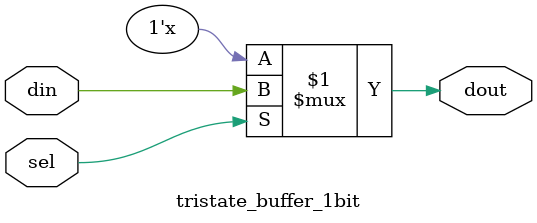
<source format=v>
module tristate_buffer_1bit (
    input din,
    input sel,
    output dout
);
    
    bufif1 B1 (dout, din, sel);
endmodule
</source>
